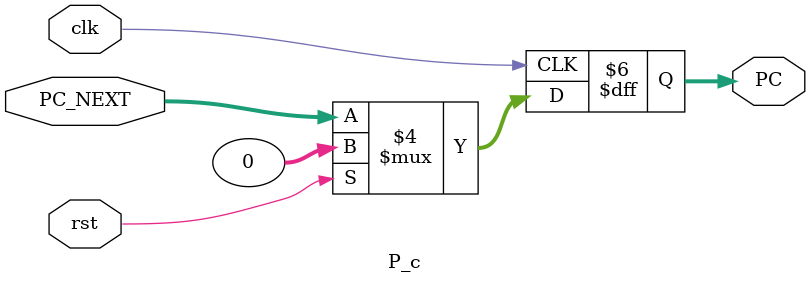
<source format=v>
module P_c(PC_NEXT,PC,rst,clk);
input [31:0]PC_NEXT;
input clk,rst;
output reg [31:0]PC;
always @(posedge clk)
    begin
        if(rst==1'b1)
            begin
            PC<=32'h00000000;
            end
        else
            begin
            PC<=PC_NEXT;
            end
    end
endmodule
</source>
